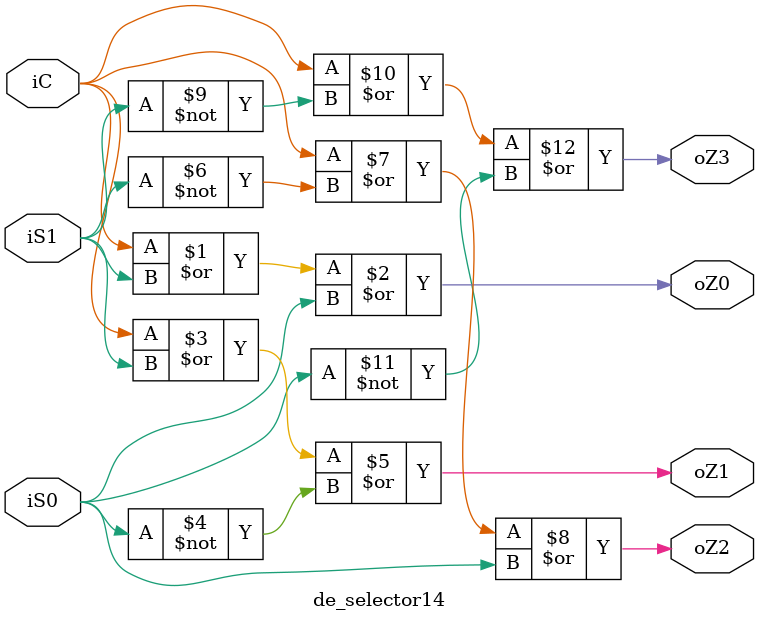
<source format=v>
`timescale 1ns / 1ps


module de_selector14(
    input iC,
    input iS1,
    input iS0,
    output oZ0,
    output oZ1,
    output oZ2,
    output oZ3
    );
    assign oZ0 = iC | iS1 | iS0;
    assign oZ1 = iC | iS1 | ~iS0;
    assign oZ2 = iC | ~iS1 | iS0;
    assign oZ3 = iC | ~iS1 | ~iS0;
endmodule

</source>
